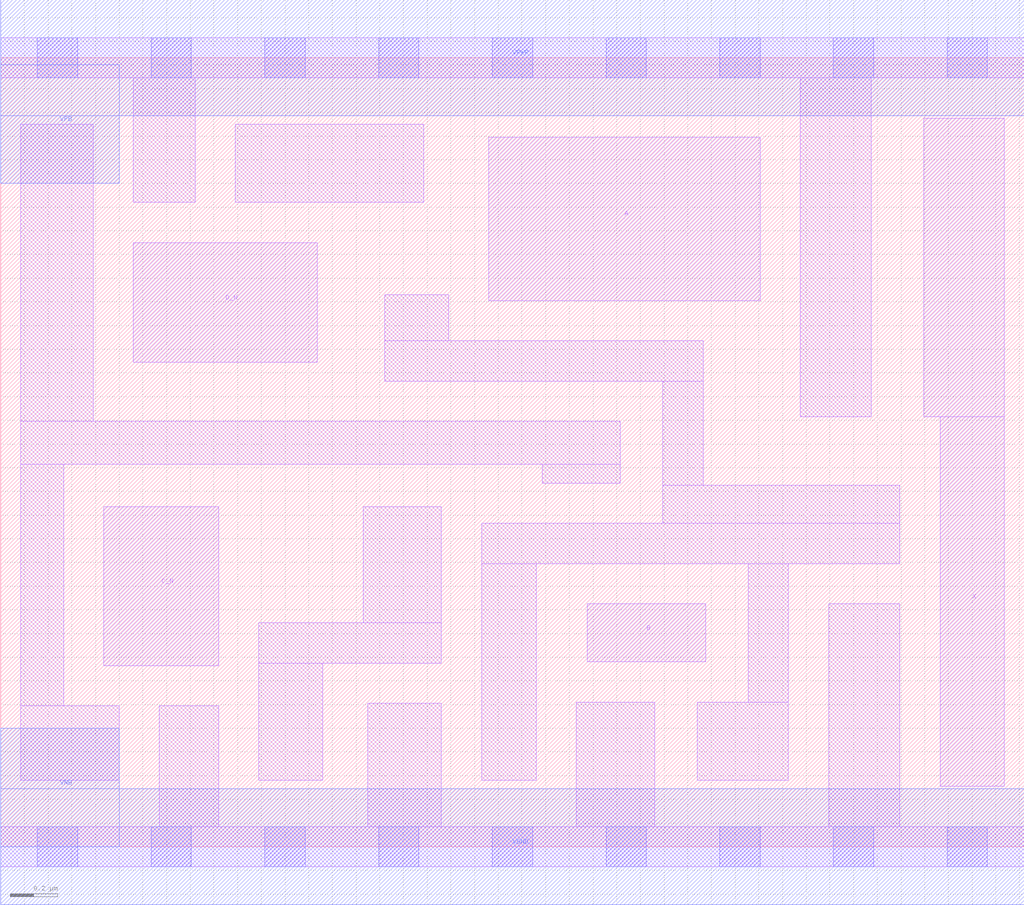
<source format=lef>
# Copyright 2020 The SkyWater PDK Authors
#
# Licensed under the Apache License, Version 2.0 (the "License");
# you may not use this file except in compliance with the License.
# You may obtain a copy of the License at
#
#     https://www.apache.org/licenses/LICENSE-2.0
#
# Unless required by applicable law or agreed to in writing, software
# distributed under the License is distributed on an "AS IS" BASIS,
# WITHOUT WARRANTIES OR CONDITIONS OF ANY KIND, either express or implied.
# See the License for the specific language governing permissions and
# limitations under the License.
#
# SPDX-License-Identifier: Apache-2.0

VERSION 5.5 ;
NAMESCASESENSITIVE ON ;
BUSBITCHARS "[]" ;
DIVIDERCHAR "/" ;
MACRO sky130_fd_sc_lp__or4bb_1
  CLASS CORE ;
  SOURCE USER ;
  ORIGIN  0.000000  0.000000 ;
  SIZE  4.320000 BY  3.330000 ;
  SYMMETRY X Y R90 ;
  SITE unit ;
  PIN A
    ANTENNAGATEAREA  0.126000 ;
    DIRECTION INPUT ;
    USE SIGNAL ;
    PORT
      LAYER li1 ;
        RECT 2.060000 2.305000 3.205000 2.995000 ;
    END
  END A
  PIN B
    ANTENNAGATEAREA  0.126000 ;
    DIRECTION INPUT ;
    USE SIGNAL ;
    PORT
      LAYER li1 ;
        RECT 2.475000 0.780000 2.975000 1.025000 ;
    END
  END B
  PIN C_N
    ANTENNAGATEAREA  0.126000 ;
    DIRECTION INPUT ;
    USE SIGNAL ;
    PORT
      LAYER li1 ;
        RECT 0.435000 0.765000 0.920000 1.435000 ;
    END
  END C_N
  PIN D_N
    ANTENNAGATEAREA  0.126000 ;
    DIRECTION INPUT ;
    USE SIGNAL ;
    PORT
      LAYER li1 ;
        RECT 0.560000 2.045000 1.335000 2.550000 ;
    END
  END D_N
  PIN X
    ANTENNADIFFAREA  0.556500 ;
    DIRECTION OUTPUT ;
    USE SIGNAL ;
    PORT
      LAYER li1 ;
        RECT 3.895000 1.815000 4.235000 3.075000 ;
        RECT 3.965000 0.255000 4.235000 1.815000 ;
    END
  END X
  PIN VGND
    DIRECTION INOUT ;
    USE GROUND ;
    PORT
      LAYER met1 ;
        RECT 0.000000 -0.245000 4.320000 0.245000 ;
    END
  END VGND
  PIN VNB
    DIRECTION INOUT ;
    USE GROUND ;
    PORT
      LAYER met1 ;
        RECT 0.000000 0.000000 0.500000 0.500000 ;
    END
  END VNB
  PIN VPB
    DIRECTION INOUT ;
    USE POWER ;
    PORT
      LAYER met1 ;
        RECT 0.000000 2.800000 0.500000 3.300000 ;
    END
  END VPB
  PIN VPWR
    DIRECTION INOUT ;
    USE POWER ;
    PORT
      LAYER met1 ;
        RECT 0.000000 3.085000 4.320000 3.575000 ;
    END
  END VPWR
  OBS
    LAYER li1 ;
      RECT 0.000000 -0.085000 4.320000 0.085000 ;
      RECT 0.000000  3.245000 4.320000 3.415000 ;
      RECT 0.085000  0.280000 0.500000 0.595000 ;
      RECT 0.085000  0.595000 0.265000 1.615000 ;
      RECT 0.085000  1.615000 2.615000 1.795000 ;
      RECT 0.085000  1.795000 0.390000 3.050000 ;
      RECT 0.560000  2.720000 0.820000 3.245000 ;
      RECT 0.670000  0.085000 0.920000 0.595000 ;
      RECT 0.990000  2.720000 1.785000 3.050000 ;
      RECT 1.090000  0.280000 1.360000 0.775000 ;
      RECT 1.090000  0.775000 1.860000 0.945000 ;
      RECT 1.530000  0.945000 1.860000 1.435000 ;
      RECT 1.550000  0.085000 1.860000 0.605000 ;
      RECT 1.620000  1.965000 2.965000 2.135000 ;
      RECT 1.620000  2.135000 1.890000 2.330000 ;
      RECT 2.030000  0.280000 2.260000 1.195000 ;
      RECT 2.030000  1.195000 3.795000 1.365000 ;
      RECT 2.285000  1.535000 2.615000 1.615000 ;
      RECT 2.430000  0.085000 2.760000 0.610000 ;
      RECT 2.795000  1.365000 3.795000 1.525000 ;
      RECT 2.795000  1.525000 2.965000 1.965000 ;
      RECT 2.940000  0.280000 3.325000 0.610000 ;
      RECT 3.155000  0.610000 3.325000 1.195000 ;
      RECT 3.375000  1.815000 3.675000 3.245000 ;
      RECT 3.495000  0.085000 3.795000 1.025000 ;
    LAYER mcon ;
      RECT 0.155000 -0.085000 0.325000 0.085000 ;
      RECT 0.155000  3.245000 0.325000 3.415000 ;
      RECT 0.635000 -0.085000 0.805000 0.085000 ;
      RECT 0.635000  3.245000 0.805000 3.415000 ;
      RECT 1.115000 -0.085000 1.285000 0.085000 ;
      RECT 1.115000  3.245000 1.285000 3.415000 ;
      RECT 1.595000 -0.085000 1.765000 0.085000 ;
      RECT 1.595000  3.245000 1.765000 3.415000 ;
      RECT 2.075000 -0.085000 2.245000 0.085000 ;
      RECT 2.075000  3.245000 2.245000 3.415000 ;
      RECT 2.555000 -0.085000 2.725000 0.085000 ;
      RECT 2.555000  3.245000 2.725000 3.415000 ;
      RECT 3.035000 -0.085000 3.205000 0.085000 ;
      RECT 3.035000  3.245000 3.205000 3.415000 ;
      RECT 3.515000 -0.085000 3.685000 0.085000 ;
      RECT 3.515000  3.245000 3.685000 3.415000 ;
      RECT 3.995000 -0.085000 4.165000 0.085000 ;
      RECT 3.995000  3.245000 4.165000 3.415000 ;
  END
END sky130_fd_sc_lp__or4bb_1
END LIBRARY

</source>
